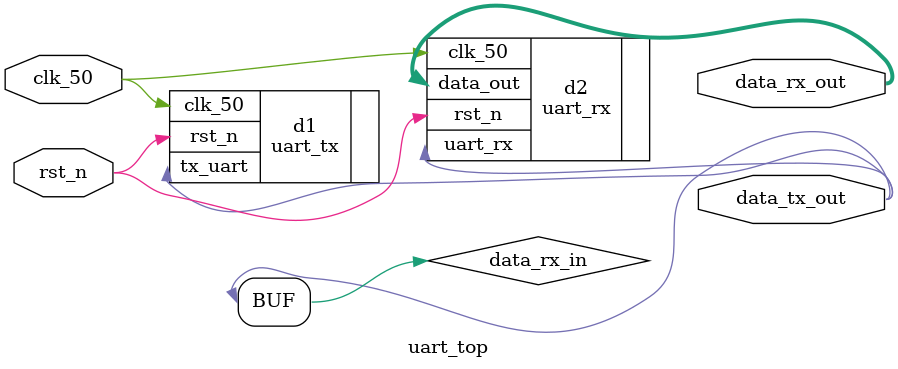
<source format=v>
module uart_top(clk_50, rst_n, data_tx_out, data_rx_out);
				input  clk_50, rst_n;
                output data_tx_out;
                output [7:0] data_rx_out;
                
wire data_rx_in;     

assign data_rx_in = data_tx_out;           
                
uart_tx d1(	
			.clk_50 	(clk_50),
        	.rst_n		(rst_n),
        	.tx_uart	(data_tx_out)
          );

uart_rx d2(
			.clk_50   (clk_50),
        	.rst_n    (rst_n),
        	.uart_rx  (data_rx_in),
        	.data_out (data_rx_out)
          );

endmodule

</source>
